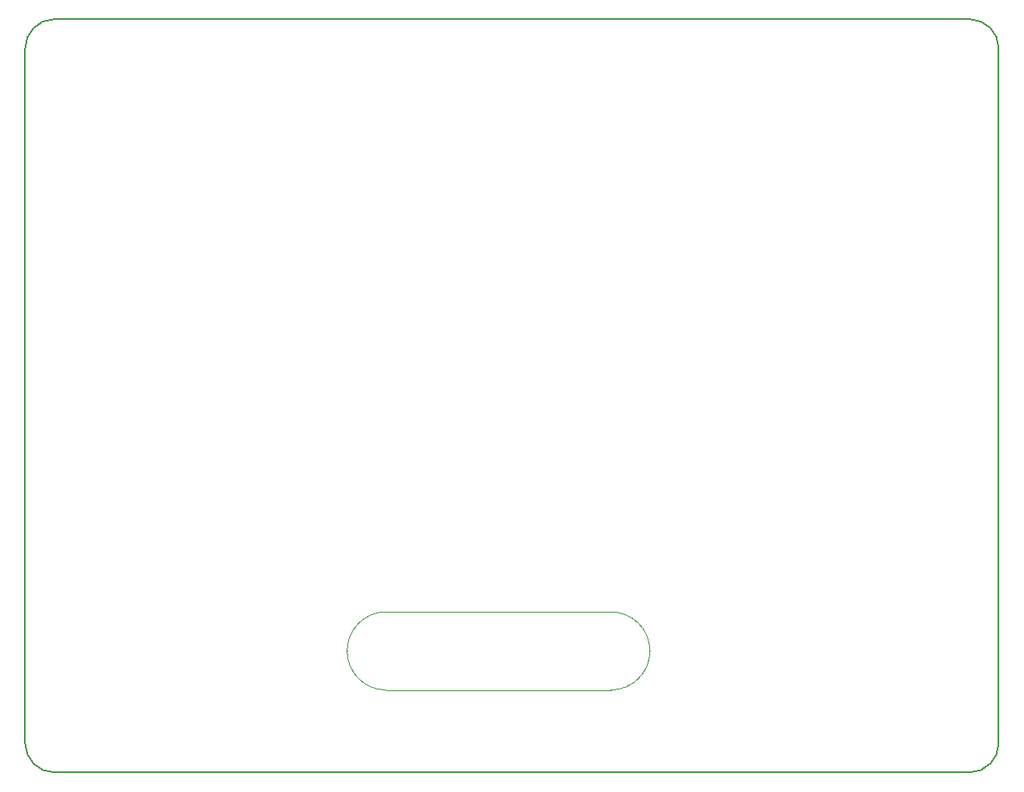
<source format=gbr>
%TF.GenerationSoftware,KiCad,Pcbnew,7.0.1*%
%TF.CreationDate,2023-11-18T18:03:43+02:00*%
%TF.ProjectId,Punainen Husse,50756e61-696e-4656-9e20-48757373652e,rev?*%
%TF.SameCoordinates,Original*%
%TF.FileFunction,Profile,NP*%
%FSLAX46Y46*%
G04 Gerber Fmt 4.6, Leading zero omitted, Abs format (unit mm)*
G04 Created by KiCad (PCBNEW 7.0.1) date 2023-11-18 18:03:43*
%MOMM*%
%LPD*%
G01*
G04 APERTURE LIST*
%TA.AperFunction,Profile*%
%ADD10C,0.150000*%
%TD*%
%TA.AperFunction,Profile*%
%ADD11C,0.100000*%
%TD*%
G04 APERTURE END LIST*
D10*
X110040000Y-138440000D02*
X203700000Y-138440000D01*
D11*
X167000000Y-130000000D02*
X144000000Y-130000000D01*
D10*
X110040000Y-61300000D02*
G75*
G03*
X107040000Y-64300000I0J-3000000D01*
G01*
X203700000Y-61300000D02*
X110040000Y-61300000D01*
X107040000Y-64300000D02*
X107040000Y-135440000D01*
D11*
X140000000Y-126000000D02*
X140000000Y-126000000D01*
D10*
X206700000Y-64300000D02*
G75*
G03*
X203700000Y-61300000I-3000000J0D01*
G01*
X107040000Y-135440000D02*
G75*
G03*
X110040000Y-138440000I3000000J0D01*
G01*
D11*
X140000000Y-126000000D02*
G75*
G03*
X144000000Y-130000000I4000000J0D01*
G01*
X144000000Y-122000000D02*
X167000000Y-122000000D01*
X171000000Y-126000000D02*
X171000000Y-126000000D01*
D10*
X206700000Y-135440000D02*
X206700000Y-64300000D01*
X203700000Y-138440000D02*
G75*
G03*
X206700000Y-135440000I0J3000000D01*
G01*
D11*
X144000000Y-122000000D02*
G75*
G03*
X140000000Y-126000000I0J-4000000D01*
G01*
X167000000Y-130000000D02*
G75*
G03*
X171000000Y-126000000I0J4000000D01*
G01*
X171000000Y-126000000D02*
G75*
G03*
X167000000Y-122000000I-4000000J0D01*
G01*
M02*

</source>
